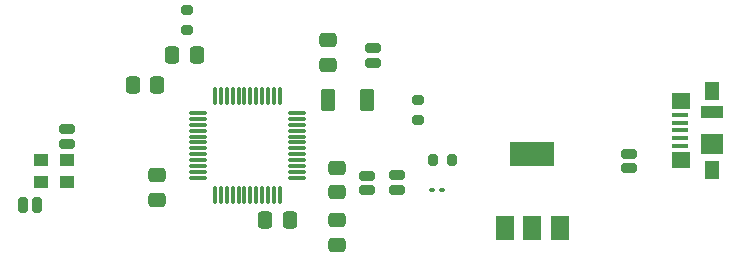
<source format=gbr>
%TF.GenerationSoftware,KiCad,Pcbnew,7.0.8*%
%TF.CreationDate,2025-03-19T21:09:53+05:30*%
%TF.ProjectId,stm32_pcb_design,73746d33-325f-4706-9362-5f6465736967,rev?*%
%TF.SameCoordinates,Original*%
%TF.FileFunction,Paste,Top*%
%TF.FilePolarity,Positive*%
%FSLAX46Y46*%
G04 Gerber Fmt 4.6, Leading zero omitted, Abs format (unit mm)*
G04 Created by KiCad (PCBNEW 7.0.8) date 2025-03-19 21:09:53*
%MOMM*%
%LPD*%
G01*
G04 APERTURE LIST*
G04 Aperture macros list*
%AMRoundRect*
0 Rectangle with rounded corners*
0 $1 Rounding radius*
0 $2 $3 $4 $5 $6 $7 $8 $9 X,Y pos of 4 corners*
0 Add a 4 corners polygon primitive as box body*
4,1,4,$2,$3,$4,$5,$6,$7,$8,$9,$2,$3,0*
0 Add four circle primitives for the rounded corners*
1,1,$1+$1,$2,$3*
1,1,$1+$1,$4,$5*
1,1,$1+$1,$6,$7*
1,1,$1+$1,$8,$9*
0 Add four rect primitives between the rounded corners*
20,1,$1+$1,$2,$3,$4,$5,0*
20,1,$1+$1,$4,$5,$6,$7,0*
20,1,$1+$1,$6,$7,$8,$9,0*
20,1,$1+$1,$8,$9,$2,$3,0*%
G04 Aperture macros list end*
%ADD10RoundRect,0.208750X0.431250X-0.208750X0.431250X0.208750X-0.431250X0.208750X-0.431250X-0.208750X0*%
%ADD11RoundRect,0.075000X-0.662500X-0.075000X0.662500X-0.075000X0.662500X0.075000X-0.662500X0.075000X0*%
%ADD12RoundRect,0.075000X-0.075000X-0.662500X0.075000X-0.662500X0.075000X0.662500X-0.075000X0.662500X0*%
%ADD13RoundRect,0.250000X-0.362500X-0.700000X0.362500X-0.700000X0.362500X0.700000X-0.362500X0.700000X0*%
%ADD14RoundRect,0.250000X-0.475000X0.337500X-0.475000X-0.337500X0.475000X-0.337500X0.475000X0.337500X0*%
%ADD15RoundRect,0.208750X0.208750X0.431250X-0.208750X0.431250X-0.208750X-0.431250X0.208750X-0.431250X0*%
%ADD16RoundRect,0.250000X0.337500X0.475000X-0.337500X0.475000X-0.337500X-0.475000X0.337500X-0.475000X0*%
%ADD17RoundRect,0.200000X0.200000X0.275000X-0.200000X0.275000X-0.200000X-0.275000X0.200000X-0.275000X0*%
%ADD18RoundRect,0.200000X-0.275000X0.200000X-0.275000X-0.200000X0.275000X-0.200000X0.275000X0.200000X0*%
%ADD19RoundRect,0.250000X0.475000X-0.337500X0.475000X0.337500X-0.475000X0.337500X-0.475000X-0.337500X0*%
%ADD20R,1.380000X0.450000*%
%ADD21R,1.300000X1.650000*%
%ADD22R,1.550000X1.425000*%
%ADD23R,1.900000X1.800000*%
%ADD24R,1.900000X1.000000*%
%ADD25RoundRect,0.208750X-0.431250X0.208750X-0.431250X-0.208750X0.431250X-0.208750X0.431250X0.208750X0*%
%ADD26R,1.300000X1.000000*%
%ADD27RoundRect,0.250000X-0.337500X-0.475000X0.337500X-0.475000X0.337500X0.475000X-0.337500X0.475000X0*%
%ADD28R,1.500000X2.000000*%
%ADD29R,3.800000X2.000000*%
%ADD30RoundRect,0.090000X0.139000X0.090000X-0.139000X0.090000X-0.139000X-0.090000X0.139000X-0.090000X0*%
G04 APERTURE END LIST*
D10*
%TO.C,C7*%
X152885000Y-90797500D03*
X152885000Y-89542500D03*
%TD*%
D11*
%TO.C,U1*%
X138077500Y-95040000D03*
X138077500Y-95540000D03*
X138077500Y-96040000D03*
X138077500Y-96540000D03*
X138077500Y-97040000D03*
X138077500Y-97540000D03*
X138077500Y-98040000D03*
X138077500Y-98540000D03*
X138077500Y-99040000D03*
X138077500Y-99540000D03*
X138077500Y-100040000D03*
X138077500Y-100540000D03*
D12*
X139490000Y-101952500D03*
X139990000Y-101952500D03*
X140490000Y-101952500D03*
X140990000Y-101952500D03*
X141490000Y-101952500D03*
X141990000Y-101952500D03*
X142490000Y-101952500D03*
X142990000Y-101952500D03*
X143490000Y-101952500D03*
X143990000Y-101952500D03*
X144490000Y-101952500D03*
X144990000Y-101952500D03*
D11*
X146402500Y-100540000D03*
X146402500Y-100040000D03*
X146402500Y-99540000D03*
X146402500Y-99040000D03*
X146402500Y-98540000D03*
X146402500Y-98040000D03*
X146402500Y-97540000D03*
X146402500Y-97040000D03*
X146402500Y-96540000D03*
X146402500Y-96040000D03*
X146402500Y-95540000D03*
X146402500Y-95040000D03*
D12*
X144990000Y-93627500D03*
X144490000Y-93627500D03*
X143990000Y-93627500D03*
X143490000Y-93627500D03*
X142990000Y-93627500D03*
X142490000Y-93627500D03*
X141990000Y-93627500D03*
X141490000Y-93627500D03*
X140990000Y-93627500D03*
X140490000Y-93627500D03*
X139990000Y-93627500D03*
X139490000Y-93627500D03*
%TD*%
D13*
%TO.C,FB1*%
X149075000Y-93980000D03*
X152400000Y-93980000D03*
%TD*%
D14*
%TO.C,C5*%
X149860000Y-104140000D03*
X149860000Y-106215000D03*
%TD*%
D15*
%TO.C,C10*%
X124460000Y-102870000D03*
X123205000Y-102870000D03*
%TD*%
D14*
%TO.C,C9*%
X134620000Y-100330000D03*
X134620000Y-102405000D03*
%TD*%
D16*
%TO.C,C3*%
X134620000Y-92710000D03*
X132545000Y-92710000D03*
%TD*%
D17*
%TO.C,R3*%
X159575000Y-99060000D03*
X157925000Y-99060000D03*
%TD*%
D18*
%TO.C,R1*%
X137160000Y-86360000D03*
X137160000Y-88010000D03*
%TD*%
D16*
%TO.C,C2*%
X145817500Y-104140000D03*
X143742500Y-104140000D03*
%TD*%
D10*
%TO.C,C11*%
X127000000Y-96422500D03*
X127000000Y-97677500D03*
%TD*%
%TO.C,C8*%
X152400000Y-101600000D03*
X152400000Y-100345000D03*
%TD*%
%TO.C,C13*%
X154940000Y-101585000D03*
X154940000Y-100330000D03*
%TD*%
D19*
%TO.C,C1*%
X149860000Y-101777500D03*
X149860000Y-99702500D03*
%TD*%
%TO.C,C6*%
X149075000Y-90975000D03*
X149075000Y-88900000D03*
%TD*%
D20*
%TO.C,J1*%
X178880000Y-97820000D03*
X178880000Y-97170000D03*
X178880000Y-96520000D03*
X178880000Y-95870000D03*
X178880000Y-95220000D03*
D21*
X181540000Y-99895000D03*
D22*
X178965000Y-99007500D03*
D23*
X181540000Y-97670000D03*
D24*
X181540000Y-94970000D03*
D22*
X178965000Y-94032500D03*
D21*
X181540000Y-93145000D03*
%TD*%
D25*
%TO.C,C12*%
X174562500Y-98485000D03*
X174562500Y-99740000D03*
%TD*%
D18*
%TO.C,R2*%
X156655000Y-93980000D03*
X156655000Y-95630000D03*
%TD*%
D26*
%TO.C,Y1*%
X124800000Y-99060000D03*
X127000000Y-99060000D03*
X127000000Y-100860000D03*
X124800000Y-100860000D03*
%TD*%
D27*
%TO.C,C4*%
X135890000Y-90170000D03*
X137965000Y-90170000D03*
%TD*%
D28*
%TO.C,U2*%
X164070000Y-104802500D03*
X166370000Y-104802500D03*
D29*
X166370000Y-98502500D03*
D28*
X168670000Y-104802500D03*
%TD*%
D30*
%TO.C,D1*%
X158750000Y-101600000D03*
X157885000Y-101600000D03*
%TD*%
M02*

</source>
